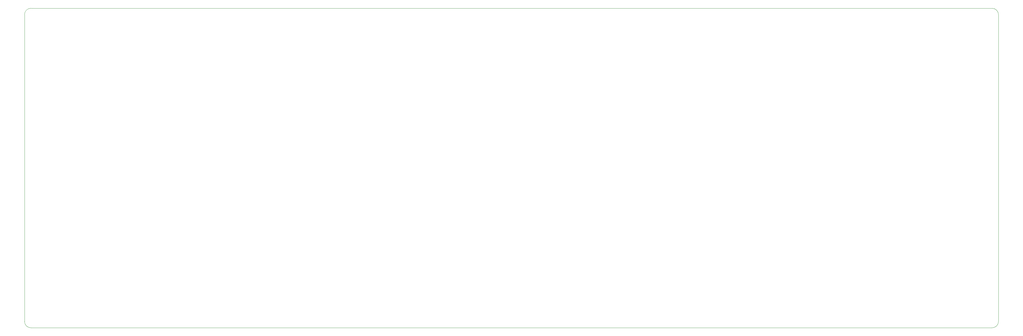
<source format=gm1>
%TF.GenerationSoftware,KiCad,Pcbnew,7.0.5*%
%TF.CreationDate,2023-07-12T18:10:06+02:00*%
%TF.ProjectId,keyboard,6b657962-6f61-4726-942e-6b696361645f,rev?*%
%TF.SameCoordinates,Original*%
%TF.FileFunction,Profile,NP*%
%FSLAX46Y46*%
G04 Gerber Fmt 4.6, Leading zero omitted, Abs format (unit mm)*
G04 Created by KiCad (PCBNEW 7.0.5) date 2023-07-12 18:10:06*
%MOMM*%
%LPD*%
G01*
G04 APERTURE LIST*
%TA.AperFunction,Profile*%
%ADD10C,0.100000*%
%TD*%
G04 APERTURE END LIST*
D10*
X335280031Y-43989569D02*
G75*
G03*
X333230000Y-41939569I-2050031J-31D01*
G01*
X28439569Y-41929569D02*
G75*
G03*
X26389569Y-43979569I1J-2050001D01*
G01*
X26390000Y-141360000D02*
G75*
G03*
X28440000Y-143410000I2050000J0D01*
G01*
X28439569Y-41929569D02*
X333230000Y-41939569D01*
X28440000Y-143410000D02*
X333230000Y-143410001D01*
X26390000Y-141360000D02*
X26389569Y-43979569D01*
X335280000Y-43989569D02*
X335280000Y-141360001D01*
X333230000Y-143410000D02*
G75*
G03*
X335280000Y-141360001I0J2050000D01*
G01*
M02*

</source>
